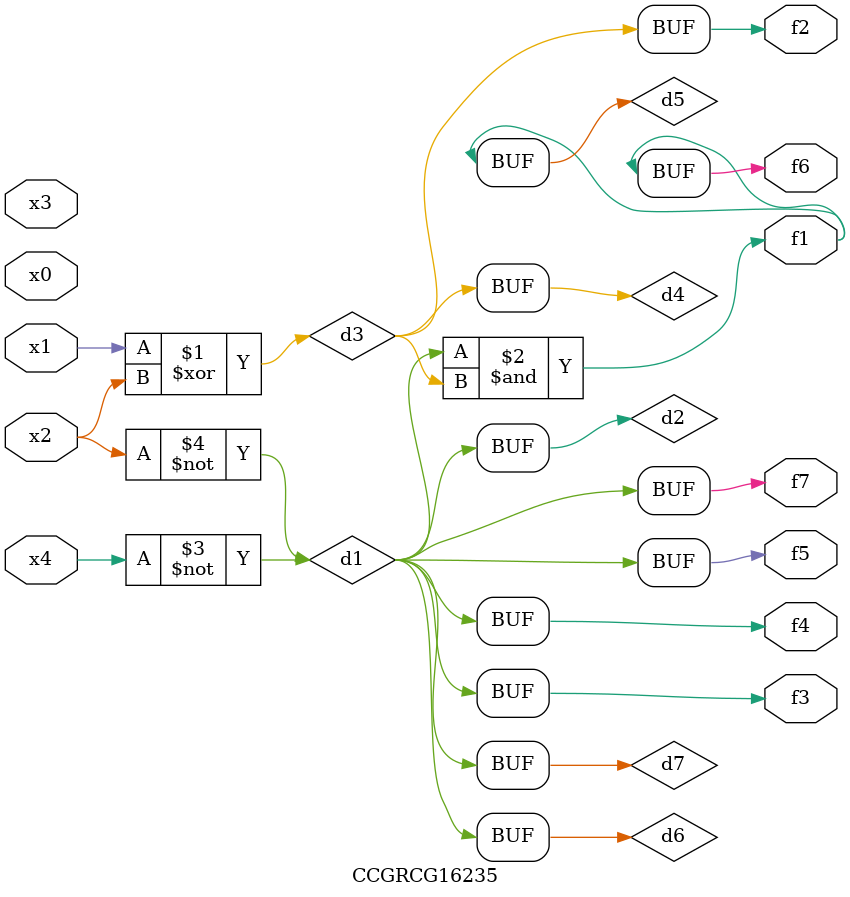
<source format=v>
module CCGRCG16235(
	input x0, x1, x2, x3, x4,
	output f1, f2, f3, f4, f5, f6, f7
);

	wire d1, d2, d3, d4, d5, d6, d7;

	not (d1, x4);
	not (d2, x2);
	xor (d3, x1, x2);
	buf (d4, d3);
	and (d5, d1, d3);
	buf (d6, d1, d2);
	buf (d7, d2);
	assign f1 = d5;
	assign f2 = d4;
	assign f3 = d7;
	assign f4 = d7;
	assign f5 = d7;
	assign f6 = d5;
	assign f7 = d7;
endmodule

</source>
